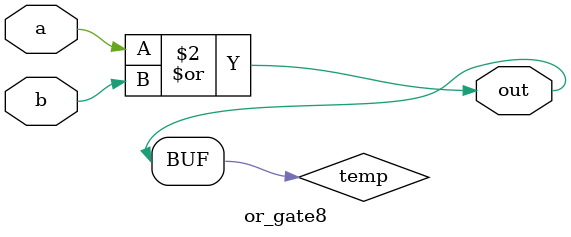
<source format=v>
module or_gate8 (
  input a,
  input b,
  output out
);

    reg temp;
    always @(*) begin
        temp = a | b;
    end
    
    assign out = temp;
endmodule
</source>
